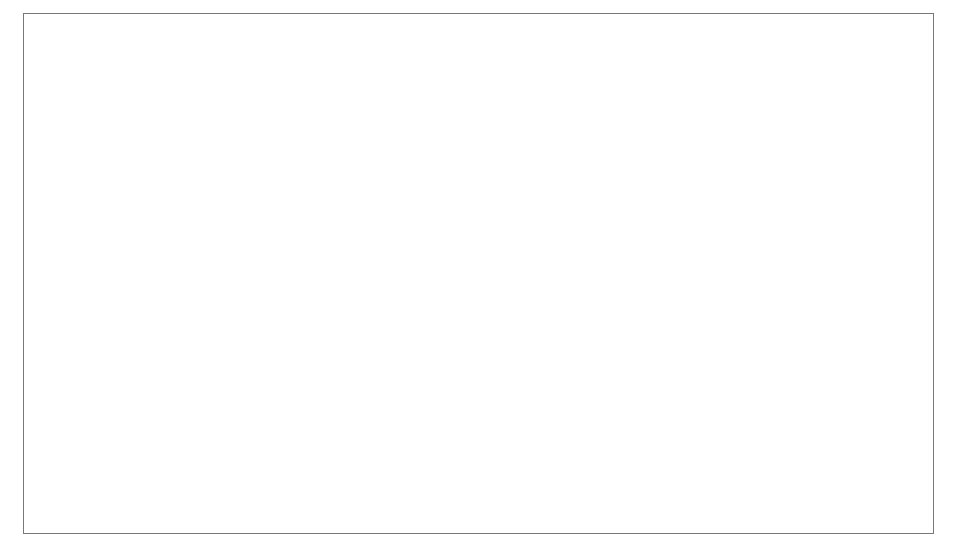
<source format=gbr>
%TF.GenerationSoftware,KiCad,Pcbnew,8.0.9-8.0.9-0~ubuntu22.04.1*%
%TF.CreationDate,2025-03-21T08:59:58-04:00*%
%TF.ProjectId,WS_Wheel_PCB,57535f57-6865-4656-9c5f-5043422e6b69,rev?*%
%TF.SameCoordinates,Original*%
%TF.FileFunction,Profile,NP*%
%FSLAX46Y46*%
G04 Gerber Fmt 4.6, Leading zero omitted, Abs format (unit mm)*
G04 Created by KiCad (PCBNEW 8.0.9-8.0.9-0~ubuntu22.04.1) date 2025-03-21 08:59:58*
%MOMM*%
%LPD*%
G01*
G04 APERTURE LIST*
%TA.AperFunction,Profile*%
%ADD10C,0.050000*%
%TD*%
G04 APERTURE END LIST*
D10*
X108500000Y-40000000D02*
X185500000Y-40000000D01*
X185500000Y-84000000D01*
X108500000Y-84000000D01*
X108500000Y-40000000D01*
M02*

</source>
